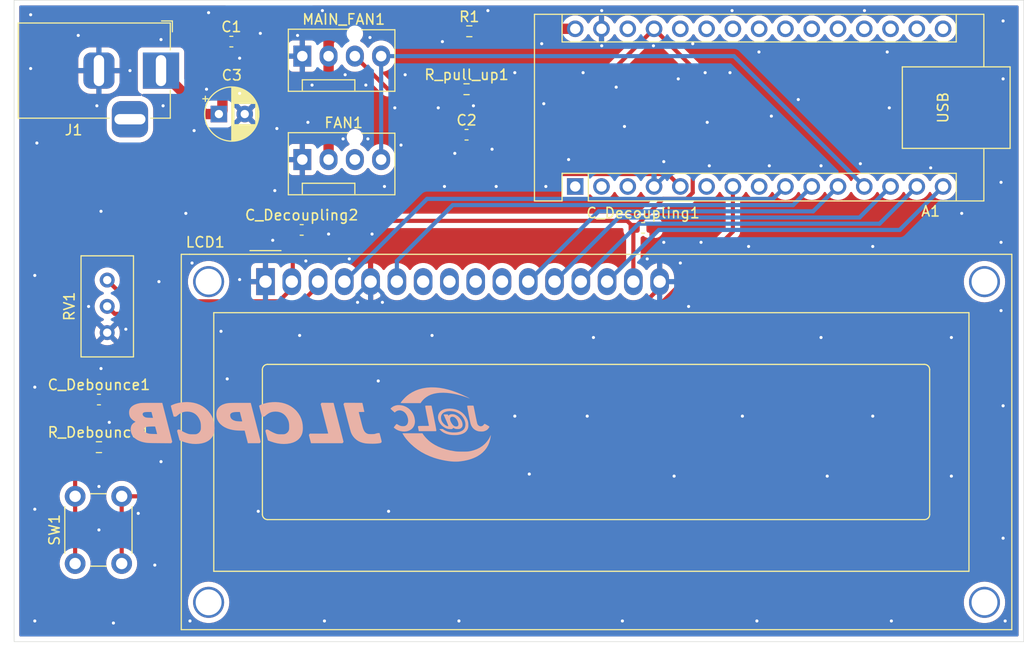
<source format=kicad_pcb>
(kicad_pcb (version 20240108) (generator "pcbnew") (generator_version "8.0")
  (title_block (title "FAN_controler_Arduino_Nano") (date "2024-10-30") (rev "2.0"))
  (layers (0 "F.Cu" signal) (31 "B.Cu" signal) (34 "B.Paste" user) (35 "F.Paste" user) (36 "B.SilkS" user "B.Silkscreen") (37 "F.SilkS" user "F.Silkscreen") (38 "B.Mask" user) (39 "F.Mask" user) (44 "Edge.Cuts" user))
  (net 0 "")
  (net 2 "Net-(A1-D10)")
  (net 3 "RPM")
  (net 4 "Net-(A1-+5V)")
  (net 5 "GND")
  (net 7 "PWM")
  (net 12 "Net-(A1-D7)")
  (net 16 "Net-(A1-VIN)")
  (net 18 "Net-(A1-D6)")
  (net 20 "Net-(A1-D11)")
  (net 22 "Net-(A1-D12)")
  (net 26 "Net-(A1-D8)")
  (net 29 "SW")
  (net 30 "12v")
  (net 31 "Net-(C_Debounce1-Pad1)")
  (net 34 "Net-(LCD1-VO)")
  (footprint "Capacitor_SMD:C_0603_1608Metric_Pad1.08x0.95mm_HandSolder" (layer "F.Cu") (at 130 102.2)
    (property "Reference" "C_Decoupling2" (at 0 -1.43 0) (layer "F.SilkS"))
    (property "Value" "0.1u")
    (pad "1" smd roundrect (at -0.8625 0) (size 1.075 0.95) (layers "F.Cu" "F.Paste" "F.Mask") (net 4 "Net-(A1-+5V)"))
    (pad "2" smd roundrect (at 0.8625 0) (size 1.075 0.95) (layers "F.Cu" "F.Paste" "F.Mask") (net 5 "GND"))
  )
  (footprint "Resistor_SMD:R_0603_1608Metric_Pad0.98x0.95mm_HandSolder" (layer "F.Cu") (at 146.2 83)
    (property "Reference" "R1" (at 0 -1.4 0) (layer "F.SilkS"))
    (property "Value" "100")
    (pad "1" smd roundrect (at -0.9125 0) (size 0.975 0.95) (layers "F.Cu" "F.Paste" "F.Mask") (net 30 "12v"))
    (pad "2" smd roundrect (at 0.9125 0) (size 0.975 0.95) (layers "F.Cu" "F.Paste" "F.Mask") (net 16 "Net-(A1-VIN)"))
  )
  (footprint "Capacitor_SMD:C_0603_1608Metric_Pad1.08x0.95mm_HandSolder" (layer "F.Cu") (at 145.9375 93)
    (property "Reference" "C2" (at 0 -1.4 0) (layer "F.SilkS"))
    (property "Value" "10n")
    (pad "1" smd roundrect (at -0.8625 0) (size 1.075 0.95) (layers "F.Cu" "F.Paste" "F.Mask") (net 3 "RPM"))
    (pad "2" smd roundrect (at 0.8625 0) (size 1.075 0.95) (layers "F.Cu" "F.Paste" "F.Mask") (net 5 "GND"))
  )
  (footprint "Display:WC1602A" (layer "F.Cu") (at 126.50052 107.1993)
    (property "Reference" "LCD1" (at -5.82 -3.81 180) (layer "F.SilkS"))
    (property "Value" "WC1602A")
    (pad "" thru_hole circle (at -5.4991 0) (size 3 3) (drill 2.5) (layers "*.Cu" "*.Mask"))
    (pad "" thru_hole circle (at -5.4991 31.0007) (size 3 3) (drill 2.5) (layers "*.Cu" "*.Mask"))
    (pad "" thru_hole circle (at 69.49948 31.0007) (size 3 3) (drill 2.5) (layers "*.Cu" "*.Mask"))
    (pad "" thru_hole circle (at 69.5 0) (size 3 3) (drill 2.5) (layers "*.Cu" "*.Mask"))
    (pad "1" thru_hole rect (at 0 0) (size 1.8 2.6) (drill 1.2) (layers "*.Cu" "*.Mask") (net 5 "GND"))
    (pad "2" thru_hole oval (at 2.54 0) (size 1.8 2.6) (drill 1.2) (layers "*.Cu" "*.Mask") (net 4 "Net-(A1-+5V)"))
    (pad "3" thru_hole oval (at 5.08 0) (size 1.8 2.6) (drill 1.2) (layers "*.Cu" "*.Mask") (net 34 "Net-(LCD1-VO)"))
    (pad "4" thru_hole oval (at 7.62 0) (size 1.8 2.6) (drill 1.2) (layers "*.Cu" "*.Mask") (net 18 "Net-(A1-D6)"))
    (pad "5" thru_hole oval (at 10.16 0) (size 1.8 2.6) (drill 1.2) (layers "*.Cu" "*.Mask") (net 5 "GND"))
    (pad "6" thru_hole oval (at 12.7 0) (size 1.8 2.6) (drill 1.2) (layers "*.Cu" "*.Mask") (net 12 "Net-(A1-D7)"))
    (pad "7" thru_hole oval (at 15.24 0) (size 1.8 2.6) (drill 1.2) (layers "*.Cu" "*.Mask"))
    (pad "8" thru_hole oval (at 17.78 0) (size 1.8 2.6) (drill 1.2) (layers "*.Cu" "*.Mask"))
    (pad "9" thru_hole oval (at 20.32 0) (size 1.8 2.6) (drill 1.2) (layers "*.Cu" "*.Mask"))
    (pad "10" thru_hole oval (at 22.86 0) (size 1.8 2.6) (drill 1.2) (layers "*.Cu" "*.Mask"))
    (pad "11" thru_hole oval (at 25.4 0) (size 1.8 2.6) (drill 1.2) (layers "*.Cu" "*.Mask") (net 26 "Net-(A1-D8)"))
    (pad "12" thru_hole oval (at 27.94 0) (size 1.8 2.6) (drill 1.2) (layers "*.Cu" "*.Mask") (net 2 "Net-(A1-D10)"))
    (pad "13" thru_hole oval (at 30.48 0) (size 1.8 2.6) (drill 1.2) (layers "*.Cu" "*.Mask") (net 20 "Net-(A1-D11)"))
    (pad "14" thru_hole oval (at 33.02 0) (size 1.8 2.6) (drill 1.2) (layers "*.Cu" "*.Mask") (net 22 "Net-(A1-D12)"))
    (pad "15" thru_hole oval (at 35.56 0) (size 1.8 2.6) (drill 1.2) (layers "*.Cu" "*.Mask") (net 4 "Net-(A1-+5V)"))
    (pad "16" thru_hole oval (at 38.1 0) (size 1.8 2.6) (drill 1.2) (layers "*.Cu" "*.Mask") (net 5 "GND"))
  )
  (footprint "Module:Arduino_Nano" (layer "F.Cu") (at 156.44 98 90)
    (property "Reference" "A1" (at -2.4 34.36 180) (layer "F.SilkS"))
    (property "Value" "Arduino_Nano_v3.x")
    (fp_text user "USB" (at 7.62 35.56 90) (layer "F.SilkS"))
    (pad "1" thru_hole rect (at 0 0 90) (size 1.6 1.6) (drill 1) (layers "*.Cu" "*.Mask"))
    (pad "2" thru_hole oval (at 0 2.54 90) (size 1.6 1.6) (drill 1) (layers "*.Cu" "*.Mask"))
    (pad "3" thru_hole oval (at 0 5.08 90) (size 1.6 1.6) (drill 1) (layers "*.Cu" "*.Mask"))
    (pad "4" thru_hole oval (at 0 7.62 90) (size 1.6 1.6) (drill 1) (layers "*.Cu" "*.Mask") (net 5 "GND"))
    (pad "5" thru_hole oval (at 0 10.16 90) (size 1.6 1.6) (drill 1) (layers "*.Cu" "*.Mask") (net 3 "RPM"))
    (pad "6" thru_hole oval (at 0 12.7 90) (size 1.6 1.6) (drill 1) (layers "*.Cu" "*.Mask"))
    (pad "7" thru_hole oval (at 0 15.24 90) (size 1.6 1.6) (drill 1) (layers "*.Cu" "*.Mask") (net 29 "SW"))
    (pad "8" thru_hole oval (at 0 17.78 90) (size 1.6 1.6) (drill 1) (layers "*.Cu" "*.Mask"))
    (pad "9" thru_hole oval (at 0 20.32 90) (size 1.6 1.6) (drill 1) (layers "*.Cu" "*.Mask") (net 18 "Net-(A1-D6)"))
    (pad "10" thru_hole oval (at 0 22.86 90) (size 1.6 1.6) (drill 1) (layers "*.Cu" "*.Mask") (net 12 "Net-(A1-D7)"))
    (pad "11" thru_hole oval (at 0 25.4 90) (size 1.6 1.6) (drill 1) (layers "*.Cu" "*.Mask") (net 26 "Net-(A1-D8)"))
    (pad "12" thru_hole oval (at 0 27.94 90) (size 1.6 1.6) (drill 1) (layers "*.Cu" "*.Mask") (net 7 "PWM"))
    (pad "13" thru_hole oval (at 0 30.48 90) (size 1.6 1.6) (drill 1) (layers "*.Cu" "*.Mask") (net 2 "Net-(A1-D10)"))
    (pad "14" thru_hole oval (at 0 33.02 90) (size 1.6 1.6) (drill 1) (layers "*.Cu" "*.Mask") (net 20 "Net-(A1-D11)"))
    (pad "15" thru_hole oval (at 0 35.56 90) (size 1.6 1.6) (drill 1) (layers "*.Cu" "*.Mask") (net 22 "Net-(A1-D12)"))
    (pad "16" thru_hole oval (at 15.24 35.56 90) (size 1.6 1.6) (drill 1) (layers "*.Cu" "*.Mask"))
    (pad "17" thru_hole oval (at 15.24 33.02 90) (size 1.6 1.6) (drill 1) (layers "*.Cu" "*.Mask"))
    (pad "18" thru_hole oval (at 15.24 30.48 90) (size 1.6 1.6) (drill 1) (layers "*.Cu" "*.Mask"))
    (pad "19" thru_hole oval (at 15.24 27.94 90) (size 1.6 1.6) (drill 1) (layers "*.Cu" "*.Mask"))
    (pad "20" thru_hole oval (at 15.24 25.4 90) (size 1.6 1.6) (drill 1) (layers "*.Cu" "*.Mask"))
    (pad "21" thru_hole oval (at 15.24 22.86 90) (size 1.6 1.6) (drill 1) (layers "*.Cu" "*.Mask"))
    (pad "22" thru_hole oval (at 15.24 20.32 90) (size 1.6 1.6) (drill 1) (layers "*.Cu" "*.Mask"))
    (pad "23" thru_hole oval (at 15.24 17.78 90) (size 1.6 1.6) (drill 1) (layers "*.Cu" "*.Mask"))
    (pad "24" thru_hole oval (at 15.24 15.24 90) (size 1.6 1.6) (drill 1) (layers "*.Cu" "*.Mask"))
    (pad "25" thru_hole oval (at 15.24 12.7 90) (size 1.6 1.6) (drill 1) (layers "*.Cu" "*.Mask"))
    (pad "26" thru_hole oval (at 15.24 10.16 90) (size 1.6 1.6) (drill 1) (layers "*.Cu" "*.Mask"))
    (pad "27" thru_hole oval (at 15.24 7.62 90) (size 1.6 1.6) (drill 1) (layers "*.Cu" "*.Mask") (net 4 "Net-(A1-+5V)"))
    (pad "28" thru_hole oval (at 15.24 5.08 90) (size 1.6 1.6) (drill 1) (layers "*.Cu" "*.Mask"))
    (pad "29" thru_hole oval (at 15.24 2.54 90) (size 1.6 1.6) (drill 1) (layers "*.Cu" "*.Mask") (net 5 "GND"))
    (pad "30" thru_hole oval (at 15.24 0 90) (size 1.6 1.6) (drill 1) (layers "*.Cu" "*.Mask") (net 16 "Net-(A1-VIN)"))
  )
  (footprint "Button_Switch_THT:SW_PUSH_6mm_H5mm" (layer "F.Cu") (at 108.1 134.45 90)
    (property "Reference" "SW1" (at 3.25 -2 90) (layer "F.SilkS"))
    (property "Value" "SW_Push")
    (pad "1" thru_hole circle (at 0 0 180) (size 2 2) (drill 1.1) (layers "*.Cu" "*.Mask") (net 31 "Net-(C_Debounce1-Pad1)"))
    (pad "1" thru_hole circle (at 6.5 0 180) (size 2 2) (drill 1.1) (layers "*.Cu" "*.Mask") (net 31 "Net-(C_Debounce1-Pad1)"))
    (pad "2" thru_hole circle (at 0 4.5 180) (size 2 2) (drill 1.1) (layers "*.Cu" "*.Mask") (net 29 "SW"))
    (pad "2" thru_hole circle (at 6.5 4.5 180) (size 2 2) (drill 1.1) (layers "*.Cu" "*.Mask") (net 29 "SW"))
  )
  (footprint "Capacitor_THT:CP_Radial_D5.0mm_P2.50mm" (layer "F.Cu") (at 121.994888 91)
    (property "Reference" "C3" (at 1.25 -3.75 0) (layer "F.SilkS"))
    (property "Value" "100u")
    (pad "1" thru_hole rect (at 0 0) (size 1.6 1.6) (drill 0.8) (layers "*.Cu" "*.Mask") (net 30 "12v"))
    (pad "2" thru_hole circle (at 2.5 0) (size 1.6 1.6) (drill 0.8) (layers "*.Cu" "*.Mask") (net 5 "GND"))
  )
  (footprint "Capacitor_SMD:C_0603_1608Metric_Pad1.08x0.95mm_HandSolder" (layer "F.Cu") (at 163 102)
    (property "Reference" "C_Decoupling1" (at 0 -1.43 0) (layer "F.SilkS"))
    (property "Value" "0.1u")
    (pad "1" smd roundrect (at -0.8625 0) (size 1.075 0.95) (layers "F.Cu" "F.Paste" "F.Mask") (net 4 "Net-(A1-+5V)"))
    (pad "2" smd roundrect (at 0.8625 0) (size 1.075 0.95) (layers "F.Cu" "F.Paste" "F.Mask") (net 5 "GND"))
  )
  (footprint "Connector:FanPinHeader_1x04_P2.54mm_Vertical" (layer "F.Cu") (at 130.06 95.4)
    (property "Reference" "FAN1" (at 4 -3.55 0) (layer "F.SilkS"))
    (property "Value" "Conn_01x04_Pin")
    (pad "" np_thru_hole circle (at 5.08 -2.16 90) (size 1.1 1.1) (drill 1.1) (layers "*.Cu" "*.Mask"))
    (pad "1" thru_hole rect (at 0 0 90) (size 2.03 1.73) (drill 1.02) (layers "*.Cu" "*.Mask") (net 5 "GND"))
    (pad "2" thru_hole oval (at 2.54 0 90) (size 2.03 1.73) (drill 1.02) (layers "*.Cu" "*.Mask") (net 30 "12v"))
    (pad "3" thru_hole oval (at 5.08 0 90) (size 2.03 1.73) (drill 1.02) (layers "*.Cu" "*.Mask"))
    (pad "4" thru_hole oval (at 7.62 0 90) (size 2.03 1.73) (drill 1.02) (layers "*.Cu" "*.Mask") (net 7 "PWM"))
  )
  (footprint "Capacitor_SMD:C_0603_1608Metric_Pad1.08x0.95mm_HandSolder" (layer "F.Cu") (at 110.4 118.6)
    (property "Reference" "C_Debounce1" (at 0 -1.43 0) (layer "F.SilkS"))
    (property "Value" "0.1u")
    (pad "1" smd roundrect (at -0.8625 0) (size 1.075 0.95) (layers "F.Cu" "F.Paste" "F.Mask") (net 31 "Net-(C_Debounce1-Pad1)"))
    (pad "2" smd roundrect (at 0.8625 0) (size 1.075 0.95) (layers "F.Cu" "F.Paste" "F.Mask") (net 5 "GND"))
  )
  (footprint "Resistor_SMD:R_0603_1608Metric_Pad0.98x0.95mm_HandSolder" (layer "F.Cu") (at 145.9375 88.6 180)
    (property "Reference" "R_pull_up1" (at 0 1.4 0) (layer "F.SilkS"))
    (property "Value" "4.7k")
    (pad "1" smd roundrect (at -0.9125 0 180) (size 0.975 0.95) (layers "F.Cu" "F.Paste" "F.Mask") (net 4 "Net-(A1-+5V)"))
    (pad "2" smd roundrect (at 0.9125 0 180) (size 0.975 0.95) (layers "F.Cu" "F.Paste" "F.Mask") (net 3 "RPM"))
  )
  (footprint "Capacitor_SMD:C_0603_1608Metric_Pad1.08x0.95mm_HandSolder" (layer "F.Cu") (at 123.2 84)
    (property "Reference" "C1" (at 0 -1.43 0) (layer "F.SilkS"))
    (property "Value" "0.1u")
    (pad "1" smd roundrect (at -0.8625 0) (size 1.075 0.95) (layers "F.Cu" "F.Paste" "F.Mask") (net 30 "12v"))
    (pad "2" smd roundrect (at 0.8625 0) (size 1.075 0.95) (layers "F.Cu" "F.Paste" "F.Mask") (net 5 "GND"))
  )
  (footprint "Resistor_SMD:R_0603_1608Metric_Pad0.98x0.95mm_HandSolder" (layer "F.Cu") (at 110.4 123.2)
    (property "Reference" "R_Debounce1" (at 0 -1.43 0) (layer "F.SilkS"))
    (property "Value" "10k")
    (pad "1" smd roundrect (at -0.9125 0) (size 0.975 0.95) (layers "F.Cu" "F.Paste" "F.Mask") (net 31 "Net-(C_Debounce1-Pad1)"))
    (pad "2" smd roundrect (at 0.9125 0) (size 0.975 0.95) (layers "F.Cu" "F.Paste" "F.Mask") (net 5 "GND"))
  )
  (footprint "Connector:FanPinHeader_1x04_P2.54mm_Vertical" (layer "F.Cu") (at 130.06 85.4)
    (property "Reference" "MAIN_FAN1" (at 4 -3.55 0) (layer "F.SilkS"))
    (property "Value" "Conn_01x04_Pin")
    (pad "" np_thru_hole circle (at 5.08 -2.16 90) (size 1.1 1.1) (drill 1.1) (layers "*.Cu" "*.Mask"))
    (pad "1" thru_hole rect (at 0 0 90) (size 2.03 1.73) (drill 1.02) (layers "*.Cu" "*.Mask") (net 5 "GND"))
    (pad "2" thru_hole oval (at 2.54 0 90) (size 2.03 1.73) (drill 1.02) (layers "*.Cu" "*.Mask") (net 30 "12v"))
    (pad "3" thru_hole oval (at 5.08 0 90) (size 2.03 1.73) (drill 1.02) (layers "*.Cu" "*.Mask") (net 3 "RPM"))
    (pad "4" thru_hole oval (at 7.62 0 90) (size 2.03 1.73) (drill 1.02) (layers "*.Cu" "*.Mask") (net 7 "PWM"))
  )
  (footprint "Potentiometer_THT:Potentiometer_Bourns_3296W_Vertical" (layer "F.Cu") (at 111.2 107.05 90)
    (property "Reference" "RV1" (at -2.54 -3.66 90) (layer "F.SilkS"))
    (property "Value" "R_Potentiometer")
    (pad "1" thru_hole circle (at 0 0 90) (size 1.44 1.44) (drill 0.8) (layers "*.Cu" "*.Mask") (net 4 "Net-(A1-+5V)"))
    (pad "2" thru_hole circle (at -2.54 0 90) (size 1.44 1.44) (drill 0.8) (layers "*.Cu" "*.Mask") (net 34 "Net-(LCD1-VO)"))
    (pad "3" thru_hole circle (at -5.08 0 90) (size 1.44 1.44) (drill 0.8) (layers "*.Cu" "*.Mask") (net 5 "GND"))
  )
  (footprint "Connector_BarrelJack:BarrelJack_Horizontal" (layer "F.Cu") (at 116.4 86.8)
    (property "Reference" "J1" (at -8.45 5.75 0) (layer "F.SilkS"))
    (property "Value" "Barrel_Jack_MountingPin")
    (pad "1" thru_hole rect (at 0 0) (size 3.5 3.5) (drill oval 1 3) (layers "*.Cu" "*.Mask") (net 30 "12v"))
    (pad "2" thru_hole roundrect (at -6 0) (size 3 3.5) (drill oval 1 3) (layers "*.Cu" "*.Mask") (net 5 "GND"))
    (pad "3" thru_hole roundrect (at -3 4.7) (size 3.5 3.5) (drill oval 3 1) (layers "*.Cu" "*.Mask"))
  )
  (footprint "LOGO" (layer "B.Cu") (at 130.8 121 180)
    (property "Reference" "G***" (hide yes))
    (property "Value" "LOGO" (hide yes))
  )
  (gr_rect (start 102.2 80) (end 199.8 142) (stroke (width 0.05)) (fill none) (layer "Edge.Cuts"))
  (segment (start 160.63982 101) (end 183.92 101) (width 0.4) (layer "B.Cu") (net 2))
  (segment (start 183.92 101) (end 186.92 98) (width 0.4) (layer "B.Cu") (net 2))
  (segment (start 154.44052 107.1993) (end 160.63982 101) (width 0.4) (layer "B.Cu") (net 2))
  (segment (start 135.14 85.4) (end 138.34 88.6) (width 0.4) (layer "F.Cu") (net 3))
  (segment (start 145.075 93) (end 145.075 88.65) (width 0.4) (layer "F.Cu") (net 3))
  (segment (start 148.875 96.8) (end 145.075 93) (width 0.4) (layer "F.Cu") (net 3))
  (segment (start 165.4 96.8) (end 148.875 96.8) (width 0.4) (layer "F.Cu") (net 3))
  (segment (start 138.34 88.6) (end 145.025 88.6) (width 0.4) (layer "F.Cu") (net 3))
  (segment (start 145.075 88.65) (end 145.025 88.6) (width 0.4) (layer "F.Cu") (net 3))
  (segment (start 166.6 98) (end 165.4 96.8) (width 0.4) (layer "F.Cu") (net 3))
  (segment (start 129.04052 107.85878) (end 127.8 109.0993) (width 0.4) (layer "F.Cu") (net 4))
  (segment (start 158.22 88.6) (end 164.06 82.76) (width 0.4) (layer "F.Cu") (net 4))
  (segment (start 129.04052 107.1993) (end 129.04052 107.85878) (width 0.4) (layer "F.Cu") (net 4))
  (segment (start 162.06052 102.07698) (end 162.1375 102) (width 0.4) (layer "F.Cu") (net 4))
  (segment (start 129.1375 107.10232) (end 129.04052 107.1993) (width 0.4) (layer "F.Cu") (net 4))
  (segment (start 167.2 99.2) (end 167.8 98.6) (width 0.4) (layer "F.Cu") (net 4))
  (segment (start 162.1375 102) (end 161.4625 101.325) (width 0.4) (layer "F.Cu") (net 4))
  (segment (start 129.1375 102.2) (end 129.1375 107.10232) (width 0.4) (layer "F.Cu") (net 4))
  (segment (start 162.1375 102) (end 164.9375 99.2) (width 0.4) (layer "F.Cu") (net 4))
  (segment (start 162.06052 107.1993) (end 162.06052 102.07698) (width 0.4) (layer "F.Cu") (net 4))
  (segment (start 111.2 107.05) (end 113.2493 109.0993) (width 0.4) (layer "F.Cu") (net 4))
  (segment (start 161.4625 101.325) (end 130.0125 101.325) (width 0.4) (layer "F.Cu") (net 4))
  (segment (start 164.9375 99.2) (end 167.2 99.2) (width 0.4) (layer "F.Cu") (net 4))
  (segment (start 130.0125 101.325) (end 129.1375 102.2) (width 0.4) (layer "F.Cu") (net 4))
  (segment (start 167.8 86.5) (end 164.06 82.76) (width 0.4) (layer "F.Cu") (net 4))
  (segment (start 167.8 98.6) (end 167.8 86.5) (width 0.4) (layer "F.Cu") (net 4))
  (segment (start 146.85 88.6) (end 158.22 88.6) (width 0.4) (layer "F.Cu") (net 4))
  (segment (start 113.2493 109.0993) (end 127.8 109.0993) (width 0.4) (layer "F.Cu") (net 4))
  (segment (start 164.60052 107.79948) (end 163.2 109.2) (width 0.4) (layer "F.Cu") (net 5))
  (segment (start 164.60052 107.1993) (end 164.60052 107.79948) (width 0.4) (layer "F.Cu") (net 5))
  (segment (start 159 81) (end 159 82.74) (width 0.4) (layer "F.Cu") (net 5))
  (segment (start 159 82.74) (end 158.98 82.76) (width 0.4) (layer "F.Cu") (net 5))
  (via (at 119.6 92.6) (size 0.6) (drill 0.3) (layers "F.Cu" "B.Cu") (net 5))
  (via (at 116.4 124.6) (size 0.6) (drill 0.3) (layers "F.Cu" "B.Cu") (net 5))
  (via (at 150.6 87) (size 0.6) (drill 0.3) (layers "F.Cu" "B.Cu") (net 5))
  (via (at 104.2 129.2) (size 0.6) (drill 0.3) (layers "F.Cu" "B.Cu") (net 5))
  (via (at 197.8 82) (size 0.6) (drill 0.3) (layers "F.Cu" "B.Cu") (net 5))
  (via (at 173.2 103.8) (size 0.6) (drill 0.3) (layers "F.Cu" "B.Cu") (net 5))
  (via (at 197.8 87.6) (size 0.6) (drill 0.3) (layers "F.Cu" "B.Cu") (net 5))
  (via (at 129.8 112.4) (size 0.6) (drill 0.3) (layers "F.Cu" "B.Cu") (net 5))
  (via (at 166.4 87.6) (size 0.6) (drill 0.3) (layers "F.Cu" "B.Cu") (net 5))
  (via (at 148.8 98) (size 0.6) (drill 0.3) (layers "F.Cu" "B.Cu") (net 5))
  (via (at 136.8 102.6) (size 0.6) (drill 0.3) (layers "F.Cu" "B.Cu") (net 5))
  (via (at 145.2 140) (size 0.6) (drill 0.3) (layers "F.Cu" "B.Cu") (net 5))
  (via (at 172.6 120.2) (size 0.6) (drill 0.3) (layers "F.Cu" "B.Cu") (net 5))
  (via (at 143.8 98) (size 0.6) (drill 0.3) (layers "F.Cu" "B.Cu") (net 5))
  (via (at 110.2 90.2) (size 0.6) (drill 0.3) (layers "F.Cu" "B.Cu") (net 5))
  (via (at 124 107) (size 0.6) (drill 0.3) (layers "F.Cu" "B.Cu") (net 5))
  (via (at 119.2 140) (size 0.6) (drill 0.3) (layers "F.Cu" "B.Cu") (net 5))
  (via (at 198 140) (size 0.6) (drill 0.3) (layers "F.Cu" "B.Cu") (net 5))
  (via (at 185.2 103.8) (size 0.6) (drill 0.3) (layers "F.Cu" "B.Cu") (net 5))
  (via (at 132 81) (size 0.6) (drill 0.3) (layers "F.Cu" "B.Cu") (net 5))
  (via (at 152 125.8) (size 0.6) (drill 0.3) (layers "F.Cu" "B.Cu") (net 5))
  (via (at 130.6 91.8) (size 0.6) (drill 0.3) (layers "F.Cu" "B.Cu") (net 5))
  (via (at 157.2 87) (size 0.6) (drill 0.3) (layers "F.Cu" "B.Cu") (net 5))
  (via (at 137.4 116.8) (size 0.6) (drill 0.3) (layers "F.Cu" "B.Cu") (net 5))
  (via (at 174.2 85) (size 0.6) (drill 0.3) (layers "F.Cu" "B.Cu") (net 5))
  (via (at 130.4 105.2) (size 0.6) (drill 0.3) (layers "F.Cu" "B.Cu") (net 5))
  (via (at 166 126) (size 0.6) (drill 0.3) (layers "F.Cu" "B.Cu") (net 5))
  (via (at 138 98) (size 0.6) (drill 0.3) (layers "F.Cu" "B.Cu") (net 5))
  (via (at 127.6 92.4) (size 0.6) (drill 0.3) (layers "F.Cu" "B.Cu") (net 5))
  (via (at 161.2 92.2) (size 0.6) (drill 0.3) (layers "F.Cu" "B.Cu") (net 5))
  (via (at 144.8 94.8) (size 0.6) (drill 0.3) (layers "F.Cu" "B.Cu") (net 5))
  (via (at 197.6 97.6) (size 0.6) (drill 0.3) (layers "F.Cu" "B.Cu") (net 5))
  (via (at 169.2 91.8) (size 0.6) (drill 0.3) (layers "F.Cu" "B.Cu") (net 5))
  (via (at 136.2 88.2) (size 0.6) (drill 0.3) (layers "F.Cu" "B.Cu") (net 5))
  (via (at 126 83.2) (size 0.6) (drill 0.3) (layers "F.Cu" "B.Cu") (net 5))
  (via (at 140 87.2) (size 0.6) (drill 0.3) (layers "F.Cu" "B.Cu") (net 5))
  (via (at 169.4 96) (size 0.6) (drill 0.3) (layers "F.Cu" "B.Cu") (net 5))
  (via (at 115.8 134.6) (size 0.6) (drill 0.3) (layers "F.Cu" "B.Cu") (net 5))
  (via (at 109.4 109.6) (size 0.6) (drill 0.3) (layers "F.Cu" "B.Cu") (net 5))
  (via (at 103.8 86.6) (size 0.6) (drill 0.3) (layers "F.Cu" "B.Cu") (net 5))
  (via (at 118.8 100.6) (size 0.6) (drill 0.3) (layers "F.Cu" "B.Cu") (net 5))
  (via (at 163.4 105) (size 0.6) (drill 0.3) (layers "F.Cu" "B.Cu") (net 5))
  (via (at 157.6 120.2) (size 0.6) (drill 0.3) (layers "F.Cu" "B.Cu") (net 5))
  (via (at 110.4 127) (size 0.6) (drill 0.3) (layers "F.Cu" "B.Cu") (net 5))
  (via (at 113 111.8) (size 0.6) (drill 0.3) (layers "F.Cu" "B.Cu") (net 5))
  (via (at 174 140) (size 0.6) (drill 0.3) (layers "F.Cu" "B.Cu") (net 5))
  (via (at 103.8 81.4) (size 0.6) (drill 0.3) (layers "F.Cu" "B.Cu") (net 5))
  (via (at 137.8 109.2) (size 0.6) (drill 0.3) (layers "F.Cu" "B.Cu") (net 5))
  (via (at 175.2 96) (size 0.6) (drill 0.3) (layers "F.Cu" "B.Cu") (net 5))
  (via (at 104.2 117.4) (size 0.6) (drill 0.3) (layers "F.Cu" "B.Cu") (net 5))
  (via (at 153.2 84.2) (size 0.6) (drill 0.3) (layers "F.Cu" "B.Cu") (net 5))
  (via (at 197.8 132) (size 0.6) (drill 0.3) (layers "F.Cu" "B.Cu") (net 5))
  (via (at 121 81.2) (size 0.6) (drill 0.3) (layers "F.Cu" "B.Cu") (net 5))
  (via (at 110.6 115.6) (size 0.6) (drill 0.3) (layers "F.Cu" "B.Cu") (net 5))
  (via (at 134 93.4) (size 0.6) (drill 0.3) (layers "F.Cu" "B.Cu") (net 5))
  (via (at 167.8 84.2) (size 0.6) (drill 0.3) (layers "F.Cu" "B.Cu") (net 5))
  (via (at 139 90.4) (size 0.6) (drill 0.3) (layers "F.Cu" "B.Cu") (net 5))
  (via (at 197.6 110) (size 0.6) (drill 0.3) (layers "F.Cu" "B.Cu") (net 5))
  (via (at 114.2 129.6) (size 0.6) (drill 0.3) (layers "F.Cu" "B.Cu") (net 5))
  (via (at 136.6 83.6) (size 0.6) (drill 0.3) (layers "F.Cu" "B.Cu") (net 5))
  (via (at 139.6 94) (size 0.6) (drill 0.3) (layers "F.Cu" "B.Cu") (net 5))
  (via (at 159 84.4) (size 0.6) (drill 0.3) (layers "F.Cu" "B.Cu") (net 5))
  (via (at 142.6 112.4) (size 0.6) (drill 0.3) (layers "F.Cu" "B.Cu") (net 5))
  (via (at 186.8 90.4) (size 0.6) (drill 0.3) (layers "F.Cu" "B.Cu") (net 5))
  (via (at 143.2 90.4) (size 0.6) (drill 0.3) (layers "F.Cu" "B.Cu") (net 5))
  (via (at 184 95.8) (size 0.6) (drill 0.3) (layers "F.Cu" "B.Cu") (net 5))
  (via (at 138.4 129.4) (size 0.6) (drill 0.3) (layers "F.Cu" "B.Cu") (net 5))
  (via (at 146.6 90.2) (size 0.6) (drill 0.3) (layers "F.Cu" "B.Cu") (net 5))
  (via (at 153.6 98) (size 0.6) (drill 0.3) (layers "F.Cu" "B.Cu") (net 5))
  (via (at 136.4 93.4) (size 0.6) (drill 0.3) (layers "F.Cu" "B.Cu") (net 5))
  (via (at 116.2 107.2) (size 0.6) (drill 0.3) (layers "F.Cu" "B.Cu") (net 5))
  (via (at 127.4 98.4) (size 0.6) (drill 0.3) (layers "F.Cu" "B.Cu") (net 5))
  (via (at 165 95.6) (size 0.6) (drill 0.3) (layers "F.Cu" "B.Cu") (net 5))
  (via (at 104.2 106.6) (size 0.6) (drill 0.3) (layers "F.Cu" "B.Cu") (net 5))
  (via (at 185.2 120.2) (size 0.6) (drill 0.3) (layers "F.Cu" "B.Cu") (net 5))
  (via (at 192.8 126) (size 0.6) (drill 0.3) (layers "F.Cu" "B.Cu") (net 5))
  (via (at 190.8 96.2) (size 0.6) (drill 0.3) (layers "F.Cu" "B.Cu") (net 5))
  (via (at 127.2 103.2) (size 0.6) (drill 0.3) (layers "F.Cu" "B.Cu") (net 5))
  (via (at 125.8 129.4) (size 0.6) (drill 0.3) (layers "F.Cu" "B.Cu") (net 5))
  (via (at 197.8 119.2) (size 0.6) (drill 0.3) (layers "F.Cu" "B.Cu") (net 5))
  (via (at 158.2 112.6) (size 0.6) (drill 0.3) (layers "F.Cu" "B.Cu") (net 5))
  (via (at 155.8 95.4) (size 0.6) (drill 0.3) (layers "F.Cu" "B.Cu") (net 5))
  (via (at 148.4 94.4) (size 0.6) (drill 0.3) (layers "F.Cu" "B.Cu") (net 5))
  (via (at 122.8 116.6) (size 0.6) (drill 0.3) (layers "F.Cu" "B.Cu") (net 5))
  (via (at 169 87) (size 0.6) (drill 0.3) (layers "F.Cu" "B.Cu") (net 5))
  (via (at 187 140) (size 0.6) (drill 0.3) (layers "F.Cu" "B.Cu") (net 5))
  (via (at 113.4 86.8) (size 0.6) (drill 0.3) (layers "F.Cu" "B.Cu") (net 5))
  (via (at 110.6 100.4) (size 0.6) (drill 0.3) (layers "F.Cu" "B.Cu") (net 5))
  (via (at 153.4 90) (size 0.6) (drill 0.3) (layers "F.Cu" "B.Cu") (net 5))
  (via (at 193.8 100.6) (size 0.6) (drill 0.3) (layers "F.Cu" "B.Cu") (net 5))
  (via (at 129.6 83.4) (size 0.6) (drill 0.3) (layers "F.Cu" "B.Cu") (net 5))
  (via (at 135.4 109.2) (size 0.6) (drill 0.3) (layers "F.Cu" "B.Cu") (net 5))
  (via (at 120.8 88.6) (size 0.6) (drill 0.3) (layers "F.Cu" "B.Cu") (net 5))
  (via (at 192.8 112.6) (size 0.6) (drill 0.3) (layers "F.Cu" "B.Cu") (net 5))
  (via (at 197.6 103.4) (size 0.6) (drill 0.3) (layers "F.Cu" "B.Cu") (net 5))
  (via (at 178 89.6) (size 0.6) (drill 0.3) (layers "F.Cu" "B.Cu") (net 5))
  (via (at 186.6 85) (size 0.6) (drill 0.3) (layers "F.Cu" "B.Cu") (net 5))
  (via (at 180.8 126) (size 0.6) (drill 0.3) (layers "F.Cu" "B.Cu") (net 5))
  (via (at 159 81) (size 0.6) (drill 0.3) (layers "F.Cu" "B.Cu") (net 5))
  (via (at 143.6 84) (size 0.6) (drill 0.3) (layers "F.Cu" "B.Cu") (net 5))
  (via (at 104.2 140) (size 0.6) (drill 0.3) (layers "F.Cu" "B.Cu") (net 5))
  (via (at 175.4 91.2) (size 0.6) (drill 0.3) (layers "F.Cu" "B.Cu") (net 5))
  (via (at 108.4 83.4) (size 0.6) (drill 0.3) (layers "F.Cu" "B.Cu") (net 5))
  (via (at 180.2 112.6) (size 0.6) (drill 0.3) (layers "F.Cu" "B.Cu") (net 5))
  (via (at 134.2 87.2) (size 0.6) (drill 0.3) (layers "F.Cu" "B.Cu") (net 5))
  (via (at 110.4 131.2) (size 0.6) (drill 0.3) (layers "F.Cu" "B.Cu") (net 5))
  (via (at 132.6 102.6) (size 0.6) (drill 0.3) (layers "F.Cu" "B.Cu") (net 5))
  (via (at 132.2 140) (size 0.6) (drill 0.3) (layers "F.Cu" "B.Cu") (net 5))
  (via (at 111.4 120.8) (size 0.6) (drill 0.3) (layers "F.Cu" "B.Cu") (net 5))
  (via (at 119.4 105.4) (size 0.6) (drill 0.3) (layers "F.Cu" "B.Cu") (net 5))
  (via (at 124 85.6) (size 0.6) (drill 0.3) (layers "F.Cu" "B.Cu") (net 5))
  (via (at 104.4 93.8) (size 0.6) (drill 0.3) (layers "F.Cu" "B.Cu") (net 5))
  (via (at 167.4 109.6) (size 0.6) (drill 0.3) (layers "F.Cu" "B.Cu") (net 5))
  (via (at 150.6 120.2) (size 0.6) (drill 0.3) (layers "F.Cu" "B.Cu") (net 5))
  (via (at 171.4 87) (size 0.6) (drill 0.3) (layers "F.Cu" "B.Cu") (net 5))
  (via (at 166.6 105.4) (size 0.6) (drill 0.3) (layers "F.Cu" "B.Cu") (net 5))
  (via (at 161 140) (size 0.6) (drill 0.3) (layers "F.Cu" "B.Cu") (net 5))
  (via (at 165 103.4) (size 0.6) (drill 0.3) (layers "F.Cu" "B.Cu") (net 5))
  (via (at 148 81) (size 0.6) (drill 0.3) (layers "F.Cu" "B.Cu") (net 5))
  (via (at 180.2 96) (size 0.6) (drill 0.3) (layers "F.Cu" "B.Cu") (net 5))
  (via (at 134.6 105) (size 0.6) (drill 0.3) (layers "F.Cu" "B.Cu") (net 5))
  (via (at 116.4 83.8) (size 0.6) (drill 0.3) (layers "F.Cu" "B.Cu") (net 5))
  (via (at 111.8 140.2) (size 0.6) (drill 0.3) (layers "F.Cu" "B.Cu") (net 5))
  (via (at 116.6 90.2) (size 0.6) (drill 0.3) (layers "F.Cu" "B.Cu") (net 5))
  (via (at 124 89) (size 0.6) (drill 0.3) (layers "F.Cu" "B.Cu") (net 5))
  (via (at 122.2 112) (size 0.6) (drill 0.3) (layers "F.Cu" "B.Cu") (net 5))
  (via (at 131 88.2) (size 0.6) (drill 0.3) (layers "F.Cu" "B.Cu") (net 5))
  (via (at 168.6 103.4) (size 0.6) (drill 0.3) (layers "F.Cu" "B.Cu") (net 5))
  (via (at 160.4 88.4) (size 0.6) (drill 0.3) (layers "F.Cu" "B.Cu") (net 5))
  (via (at 171.6 81) (size 0.6) (drill 0.3) (layers "F.Cu" "B.Cu") (net 5))
  (via (at 184.4 81) (size 0.6) (drill 0.3) (layers "F.Cu" "B.Cu") (net 5))
  (via (at 164 84.4) (size 0.6) (drill 0.3) (layers "F.Cu" "B.Cu") (net 5))
  (segment (start 137.8 109.2) (end 137.8 108.33878) (width 0.4) (layer "B.Cu") (net 5))
  (segment (start 165 95.6) (end 165 97.06) (width 0.4) (layer "B.Cu") (net 5))
  (segment (start 135.4 108.45982) (end 136.66052 107.1993) (width 0.4) (layer "B.Cu") (net 5))
  (segment (start 137.8 108.33878) (end 136.66052 107.1993) (width 0.4) (layer "B.Cu") (net 5))
  (segment (start 135.4 109.2) (end 135.4 108.45982) (width 0.4) (layer "B.Cu") (net 5))
  (segment (start 165 97.06) (end 164.06 98) (width 0.4) (layer "B.Cu") (net 5))
  (segment (start 171.78 85.4) (end 137.68 85.4) (width 0.4) (layer "B.Cu") (net 7))
  (segment (start 184.38 98) (end 171.78 85.4) (width 0.4) (layer "B.Cu") (net 7))
  (segment (start 137.68 85.4) (end 137.68 95.4) (width 0.4) (layer "B.Cu") (net 7))
  (segment (start 139.20052 105.19948) (end 144.6 99.8) (width 0.4) (layer "B.Cu") (net 12))
  (segment (start 177.5 99.8) (end 144.6 99.8) (width 0.4) (layer "B.Cu") (net 12))
  (segment (start 179.3 98) (end 177.5 99.8) (width 0.4) (layer "B.Cu") (net 12))
  (segment (start 139.20052 107.1993) (end 139.20052 105.19948) (width 0.4) (layer "B.Cu") (net 12))
  (segment (start 156.44 82.76) (end 147.3525 82.76) (width 1) (layer "F.Cu") (net 16))
  (segment (start 147.3525 82.76) (end 147.1125 83) (width 1) (layer "F.Cu") (net 16))
  (segment (start 134.12052 107.1993) (end 142.11982 99.2) (width 0.4) (layer "B.Cu") (net 18))
  (segment (start 142.11982 99.2) (end 175.56 99.2) (width 0.4) (layer "B.Cu") (net 18))
  (segment (start 175.56 99.2) (end 176.76 98) (width 0.4) (layer "B.Cu") (net 18))
  (segment (start 185.86 101.6) (end 189.46 98) (width 0.4) (layer "B.Cu") (net 20))
  (segment (start 162.57982 101.6) (end 185.86 101.6) (width 0.4) (layer "B.Cu") (net 20))
  (segment (start 156.98052 107.1993) (end 162.57982 101.6) (width 0.4) (layer "B.Cu") (net 20))
  (segment (start 164.51982 102.2) (end 187.8 102.2) (width 0.4) (layer "B.Cu") (net 22))
  (segment (start 187.8 102.2) (end 192 98) (width 0.4) (layer "B.Cu") (net 22))
  (segment (start 159.52052 107.1993) (end 164.51982 102.2) (width 0.4) (layer "B.Cu") (net 22))
  (segment (start 158.69982 100.4) (end 179.44 100.4) (width 0.4) (layer "B.Cu") (net 26))
  (segment (start 151.90052 107.1993) (end 158.69982 100.4) (width 0.4) (layer "B.Cu") (net 26))
  (segment (start 179.44 100.4) (end 181.84 98) (width 0.4) (layer "B.Cu") (net 26))
  (segment (start 146.088298 127.95) (end 171.68 102.358298) (width 0.4) (layer "F.Cu") (net 29))
  (segment (start 112.6 127.95) (end 112.6 134.45) (width 0.4) (layer "F.Cu") (net 29))
  (segment (start 112.6 127.95) (end 146.088298 127.95) (width 0.4) (layer "F.Cu") (net 29))
  (segment (start 171.68 102.358298) (end 171.68 98) (width 0.4) (layer "F.Cu") (net 29))
  (segment (start 130.515 81.6) (end 123.2 81.6) (width 1) (layer "F.Cu") (net 30))
  (segment (start 122.4 83.6) (end 122.3375 83.6625) (width 1) (layer "F.Cu") (net 30))
  (segment (start 144.2275 81.94) (end 134.601522 81.94) (width 1) (layer "F.Cu") (net 30))
  (segment (start 134.601522 81.94) (end 132.6 83.941522) (width 1) (layer "F.Cu") (net 30))
  (segment (start 122.3375 90.657388) (end 121.994888 91) (width 1) (layer "F.Cu") (net 30))
  (segment (start 122.3375 84) (end 122.3375 90.657388) (width 1) (layer "F.Cu") (net 30))
  (segment (start 122.4 82.4) (end 122.4 83.6) (width 1) (layer "F.Cu") (net 30))
  (segment (start 132.6 83.685) (end 130.515 81.6) (width 1) (layer "F.Cu") (net 30))
  (segment (start 145.2875 83) (end 144.2275 81.94) (width 1) (layer "F.Cu") (net 30))
  (segment (start 132.6 83.941522) (end 132.6 85.4) (width 1) (layer "F.Cu") (net 30))
  (segment (start 132.6 85.4) (end 132.6 95.4) (width 1) (layer "F.Cu") (net 30))
  (segment (start 121.994888 91) (end 120.6 91) (width 1) (layer "F.Cu") (net 30))
  (segment (start 132.6 85.4) (end 132.6 83.685) (width 1) (layer "F.Cu") (net 30))
  (segment (start 123.2 81.6) (end 122.4 82.4) (width 1) (layer "F.Cu") (net 30))
  (segment (start 122.3375 83.6625) (end 122.3375 84) (width 1) (layer "F.Cu") (net 30))
  (segment (start 120.6 91) (end 116.4 86.8) (width 1) (layer "F.Cu") (net 30))
  (segment (start 108.1 127.95) (end 108.1 134.45) (width 0.4) (layer "F.Cu") (net 31))
  (segment (start 108.1 127.95) (end 108.1 124.5875) (width 0.4) (layer "F.Cu") (net 31))
  (segment (start 109.4875 123.2) (end 109.4875 123.1125) (width 0.4) (layer "F.Cu") (net 31))
  (segment (start 108.1 124.5875) (end 109.4875 123.2) (width 0.4) (layer "F.Cu") (net 31))
  (segment (start 109.5375 123.0625) (end 109.5375 118.6) (width 0.4) (layer "F.Cu") (net 31))
  (segment (start 109.4875 123.1125) (end 109.5375 123.0625) (width 0.4) (layer "F.Cu") (net 31))
  (segment (start 131.58052 107.5993) (end 131.58052 107.1993) (width 0.4) (layer "F.Cu") (net 34))
  (segment (start 128.869821 110.309999) (end 131.58052 107.5993) (width 0.4) (layer "F.Cu") (net 34))
  (segment (start 111.919999 110.309999) (end 128.869821 110.309999) (width 0.4) (layer "F.Cu") (net 34))
  (segment (start 111.2 109.59) (end 111.919999 110.309999) (width 0.4) (layer "F.Cu") (net 34))
  (zone (net 5) (net_name "GND") (layer "F.Cu") (priority 3) (connect_pads (clearance 0.5)) (min_thickness 0.25) (fill yes (thermal_gap 0.5) (thermal_bridge_width 0.5))
    (polygon (pts (xy 102.2 142) (xy 199.8 142) (xy 199.8 80) (xy 102.2 80)))
  )
  (zone (net 5) (net_name "GND") (layer "B.Cu") (priority 2) (connect_pads (clearance 0.5)) (min_thickness 0.25) (fill yes (thermal_gap 0.5) (thermal_bridge_width 0.5))
    (polygon (pts (xy 102.2 142) (xy 199.8 142) (xy 199.8 80) (xy 102.2 80)))
  )
)
</source>
